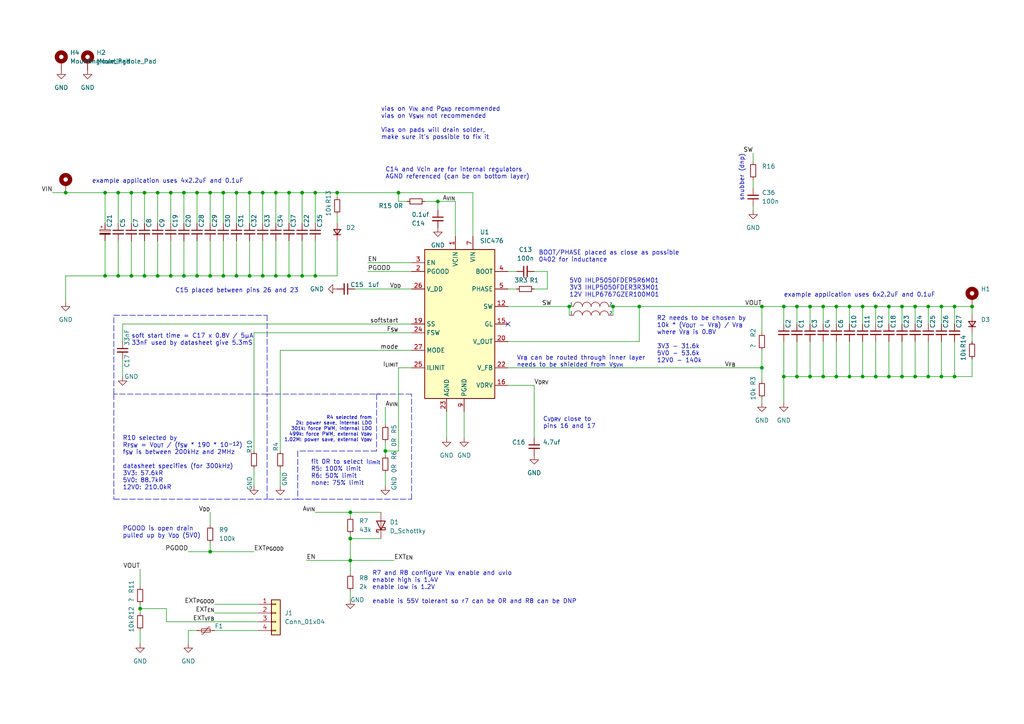
<source format=kicad_sch>
(kicad_sch (version 20211123) (generator eeschema)
  (paper "A4")
  (lib_symbols
    (symbol "Connector_Generic:Conn_01x04" (pin_names (offset 1.016) hide)
      (property "Reference" "J" (at 0 5.08 0))
      (property "Value" "Conn_01x04" (at 0 -7.62 0))
      (symbol "Conn_01x04_1_1"
        (rectangle (start -1.27 -4.953) (end 0 -5.207) (stroke (width 0.1524)))
        (rectangle (start -1.27 -2.413) (end 0 -2.667) (stroke (width 0.1524)))
        (rectangle (start -1.27 0.127) (end 0 -0.127) (stroke (width 0.1524)))
        (rectangle (start -1.27 2.667) (end 0 2.413) (stroke (width 0.1524)))
        (rectangle (start -1.27 3.81) (end 1.27 -6.35) (stroke (width 0.254)) (fill (type background)))
        (pin passive line (at -5.08 2.54 0) (length 3.81) (name "Pin_1") (number "1"))
        (pin passive line (at -5.08 0 0) (length 3.81) (name "Pin_2") (number "2"))
        (pin passive line (at -5.08 -2.54 0) (length 3.81) (name "Pin_3") (number "3"))
        (pin passive line (at -5.08 -5.08 0) (length 3.81) (name "Pin_4") (number "4"))
      )
    )
    (symbol "Device:C_Polarized_Small" (pin_numbers hide) (pin_names (offset 0.254) hide)
      (property "Reference" "C" (at 0.254 1.778 0))
      (property "Value" "C_Polarized_Small" (at 0.254 -2.032 0))
      (symbol "C_Polarized_Small_0_1"
        (rectangle (start -1.524 -0.3048) (end 1.524 -0.6858) (fill (type outline)))
        (rectangle (start -1.524 0.6858) (end 1.524 0.3048))
        (polyline (pts (xy -1.27 1.524) (xy -0.762 1.524)))
        (polyline (pts (xy -1.016 1.27) (xy -1.016 1.778)))
      )
      (symbol "C_Polarized_Small_1_1"
        (pin passive line (at 0 2.54 270) (length 1.8542) (name "~") (number "1"))
        (pin passive line (at 0 -2.54 90) (length 1.8542) (name "~") (number "2"))
      )
    )
    (symbol "Device:C_Small" (pin_numbers hide) (pin_names (offset 0.254) hide)
      (property "Reference" "C" (at 0.254 1.778 0))
      (property "Value" "C_Small" (at 0.254 -2.032 0))
      (symbol "C_Small_0_1"
        (polyline (pts (xy -1.524 -0.508) (xy 1.524 -0.508)) (stroke (width 0.3302)))
        (polyline (pts (xy -1.524 0.508) (xy 1.524 0.508)) (stroke (width 0.3048)))
      )
      (symbol "C_Small_1_1"
        (pin passive line (at 0 2.54 270) (length 2.032) (name "~") (number "1"))
        (pin passive line (at 0 -2.54 90) (length 2.032) (name "~") (number "2"))
      )
    )
    (symbol "Device:D_Schottky" (pin_numbers hide) (pin_names (offset 1.016) hide)
      (property "Reference" "D" (at 0 2.54 0))
      (property "Value" "D_Schottky" (at 0 -2.54 0))
      (symbol "D_Schottky_0_1"
        (polyline (pts (xy 1.27 0) (xy -1.27 0)))
        (polyline (pts (xy 1.27 1.27) (xy 1.27 -1.27) (xy -1.27 0) (xy 1.27 1.27)) (stroke (width 0.254)))
        (polyline (pts (xy -1.905 0.635) (xy -1.905 1.27) (xy -1.27 1.27) (xy -1.27 -1.27) (xy -0.635 -1.27) (xy -0.635 -0.635)) (stroke (width 0.254)))
      )
      (symbol "D_Schottky_1_1"
        (pin passive line (at -3.81 0 0) (length 2.54) (name "K") (number "1"))
        (pin passive line (at 3.81 0 180) (length 2.54) (name "A") (number "2"))
      )
    )
    (symbol "Device:D_Small" (pin_numbers hide) (pin_names (offset 0.254) hide)
      (property "Reference" "D" (at -1.27 2.032 0))
      (property "Value" "D_Small" (at -3.81 -2.032 0))
      (symbol "D_Small_0_1"
        (polyline (pts (xy -0.762 -1.016) (xy -0.762 1.016)) (stroke (width 0.254)))
        (polyline (pts (xy -0.762 0) (xy 0.762 0)))
        (polyline (pts (xy 0.762 -1.016) (xy -0.762 0) (xy 0.762 1.016) (xy 0.762 -1.016)) (stroke (width 0.254)))
      )
      (symbol "D_Small_1_1"
        (pin passive line (at -2.54 0 0) (length 1.778) (name "K") (number "1"))
        (pin passive line (at 2.54 0 180) (length 1.778) (name "A") (number "2"))
      )
    )
    (symbol "Device:Polyfuse_Small" (pin_numbers hide) (pin_names (offset 0))
      (property "Reference" "F" (at -1.905 0 90))
      (property "Value" "Polyfuse_Small" (at 1.905 0 90))
      (symbol "Polyfuse_Small_0_1"
        (rectangle (start -0.508 1.27) (end 0.508 -1.27))
        (polyline (pts (xy 0 2.54) (xy 0 -2.54)))
        (polyline (pts (xy -1.016 1.27) (xy -1.016 0.762) (xy 1.016 -0.762) (xy 1.016 -1.27)))
      )
      (symbol "Polyfuse_Small_1_1"
        (pin passive line (at 0 2.54 270) (length 0.635) (name "~") (number "1"))
        (pin passive line (at 0 -2.54 90) (length 0.635) (name "~") (number "2"))
      )
    )
    (symbol "Device:R_Small" (pin_numbers hide) (pin_names (offset 0.254) hide)
      (property "Reference" "R" (at 0.762 0.508 0))
      (property "Value" "R_Small" (at 0.762 -1.016 0))
      (symbol "R_Small_0_1"
        (rectangle (start -0.762 1.778) (end 0.762 -1.778) (stroke (width 0.2032)))
      )
      (symbol "R_Small_1_1"
        (pin passive line (at 0 2.54 270) (length 0.762) (name "~") (number "1"))
        (pin passive line (at 0 -2.54 90) (length 0.762) (name "~") (number "2"))
      )
    )
    (symbol "Mechanical:MountingHole_Pad" (pin_numbers hide) (pin_names (offset 1.016) hide)
      (property "Reference" "H" (at 0 6.35 0))
      (property "Value" "MountingHole_Pad" (at 0 4.445 0))
      (symbol "MountingHole_Pad_0_1"
        (circle (center 0 1.27) (radius 1.27) (stroke (width 1.27)))
      )
      (symbol "MountingHole_Pad_1_1"
        (pin input line (at 0 -2.54 90) (length 2.54) (name "1") (number "1"))
      )
    )
    (symbol "Regulator_Switching:SIC476"
      (property "Reference" "U" (at -12.7 25.4 0))
      (property "Value" "SIC476" (at -12.7 22.86 0))
      (symbol "SIC476_0_1"
        (rectangle (start -8.89 21.59) (end 11.43 -21.59) (stroke (width 0.254)) (fill (type background)))
      )
      (symbol "SIC476_1_1"
        (pin power_in line (at 0 25.4 270) (length 3.81) (name "VCIN") (number "1"))
        (pin passive line (at 2.54 -25.4 90) (length 3.81) hide (name "PGND") (number "10"))
        (pin passive line (at 2.54 -25.4 90) (length 3.81) hide (name "PGND") (number "11"))
        (pin power_out line (at 15.24 5.08 180) (length 3.81) (name "SW") (number "12"))
        (pin passive line (at 15.24 5.08 180) (length 3.81) hide (name "SW") (number "13"))
        (pin passive line (at 15.24 5.08 180) (length 3.81) hide (name "SW") (number "14"))
        (pin output line (at 15.24 0 180) (length 3.81) (name "GL") (number "15"))
        (pin power_out line (at 15.24 -17.78 180) (length 3.81) (name "VDRV") (number "16"))
        (pin passive line (at 2.54 -25.4 90) (length 3.81) hide (name "PGND") (number "17"))
        (pin no_connect line (at -7.62 2.54 0) (length 3.81) hide (name "NC") (number "18"))
        (pin input line (at -12.7 0 0) (length 3.81) (name "SS") (number "19"))
        (pin open_collector line (at -12.7 15.24 0) (length 3.81) (name "PGOOD") (number "2"))
        (pin input line (at 15.24 -5.08 180) (length 3.81) (name "V_OUT") (number "20"))
        (pin no_connect line (at 10.16 -10.16 180) (length 3.81) hide (name "NC") (number "21"))
        (pin input line (at 15.24 -12.7 180) (length 3.81) (name "V_FB") (number "22"))
        (pin power_in line (at -2.54 -25.4 90) (length 3.81) (name "AGND") (number "23"))
        (pin input line (at -12.7 -2.54 0) (length 3.81) (name "FSW") (number "24"))
        (pin input line (at -12.7 -12.7 0) (length 3.81) (name "ILINIT") (number "25"))
        (pin power_out line (at -12.7 10.16 0) (length 3.81) (name "V_DD") (number "26"))
        (pin input line (at -12.7 -7.62 0) (length 3.81) (name "MODE") (number "27"))
        (pin passive line (at -2.54 -25.4 90) (length 3.81) hide (name "AGND") (number "28"))
        (pin passive line (at 5.08 25.4 270) (length 3.81) hide (name "VIN") (number "29"))
        (pin input line (at -12.7 17.78 0) (length 3.81) (name "EN") (number "3"))
        (pin passive line (at 2.54 -25.4 90) (length 3.81) hide (name "PGND") (number "30"))
        (pin input line (at 15.24 15.24 180) (length 3.81) (name "BOOT") (number "4"))
        (pin output line (at 15.24 10.16 180) (length 3.81) (name "PHASE") (number "5"))
        (pin passive line (at 15.24 10.16 180) (length 3.81) hide (name "PHASE") (number "6"))
        (pin power_in line (at 5.08 25.4 270) (length 3.81) (name "VIN") (number "7"))
        (pin passive line (at 5.08 25.4 270) (length 3.81) hide (name "VIN") (number "8"))
        (pin power_in line (at 2.54 -25.4 90) (length 3.81) (name "PGND") (number "9"))
      )
    )
    (symbol "power:GND" (power) (pin_names (offset 0))
      (property "Value" "GND" (at 0 -3.81 0))
      (symbol "GND_0_1"
        (polyline (pts (xy 0 0) (xy 0 -1.27) (xy 1.27 -1.27) (xy 0 -2.54) (xy -1.27 -1.27) (xy 0 -1.27)))
      )
      (symbol "GND_1_1"
        (pin power_in line (at 0 0 270) (length 0) hide (name "GND") (number "1"))
      )
    )
    (symbol "pspice:INDUCTOR" (pin_numbers hide) (pin_names (offset 0))
      (property "Reference" "L" (at 0 2.54 0))
      (property "Value" "INDUCTOR" (at 0 -1.27 0))
      (symbol "INDUCTOR_0_1"
        (arc (start -2.54 0) (mid -3.81 1.27) (end -5.08 0))
        (arc (start 0 0) (mid -1.27 1.27) (end -2.54 0))
        (arc (start 2.54 0) (mid 1.27 1.27) (end 0 0))
        (arc (start 5.08 0) (mid 3.81 1.27) (end 2.54 0))
      )
      (symbol "INDUCTOR_1_1"
        (pin input line (at -6.35 0 0) (length 1.27) (name "1") (number "1"))
        (pin input line (at 6.35 0 180) (length 1.27) (name "2") (number "2"))
      )
    )
  )
  (junction (at 30.48 80.01))
  (junction (at 111.76 130.81))
  (junction (at 45.72 55.88))
  (junction (at 83.82 55.88))
  (junction (at 250.19 88.9))
  (junction (at 34.29 55.88))
  (junction (at 234.95 88.9))
  (junction (at 76.2 55.88))
  (junction (at 68.58 55.88))
  (junction (at 41.91 55.88))
  (junction (at 64.77 80.01))
  (junction (at 87.63 55.88))
  (junction (at 220.98 106.68))
  (junction (at 238.76 109.22))
  (junction (at 76.2 80.01))
  (junction (at 60.96 160.02))
  (junction (at 127 58.42))
  (junction (at 53.34 55.88))
  (junction (at 257.81 109.22))
  (junction (at 231.14 88.9))
  (junction (at 177.8 88.9))
  (junction (at 276.86 88.9))
  (junction (at 261.62 88.9))
  (junction (at 269.24 109.22))
  (junction (at 34.29 80.01))
  (junction (at 101.6 156.21))
  (junction (at 72.39 80.01))
  (junction (at 246.38 88.9))
  (junction (at 91.44 55.88))
  (junction (at 53.34 80.01))
  (junction (at 227.33 109.22))
  (junction (at 87.63 80.01))
  (junction (at 257.81 88.9))
  (junction (at 41.91 80.01))
  (junction (at 40.64 176.53))
  (junction (at 45.72 80.01))
  (junction (at 273.05 88.9))
  (junction (at 220.98 88.9))
  (junction (at 30.48 55.88))
  (junction (at 265.43 88.9))
  (junction (at 231.14 109.22))
  (junction (at 91.44 80.01))
  (junction (at 80.01 80.01))
  (junction (at 101.6 162.56))
  (junction (at 57.15 80.01))
  (junction (at 242.57 109.22))
  (junction (at 38.1 80.01))
  (junction (at 227.33 88.9))
  (junction (at 19.05 55.88))
  (junction (at 60.96 80.01))
  (junction (at 269.24 88.9))
  (junction (at 115.57 55.88))
  (junction (at 68.58 80.01))
  (junction (at 83.82 80.01))
  (junction (at 238.76 88.9))
  (junction (at 64.77 55.88))
  (junction (at 250.19 109.22))
  (junction (at 49.53 80.01))
  (junction (at 49.53 55.88))
  (junction (at 38.1 55.88))
  (junction (at 80.01 55.88))
  (junction (at 254 88.9))
  (junction (at 234.95 109.22))
  (junction (at 276.86 109.22))
  (junction (at 246.38 109.22))
  (junction (at 281.94 88.9))
  (junction (at 60.96 55.88))
  (junction (at 261.62 109.22))
  (junction (at 242.57 88.9))
  (junction (at 72.39 55.88))
  (junction (at 165.1 88.9))
  (junction (at 185.42 88.9))
  (junction (at 273.05 109.22))
  (junction (at 97.79 55.88))
  (junction (at 254 109.22))
  (junction (at 101.6 148.59))
  (junction (at 57.15 55.88))
  (junction (at 265.43 109.22))
  (no_connect (at 147.32 93.98))
  (wire (pts (xy 81.28 101.6) (xy 81.28 130.81)))
  (wire (pts (xy 101.6 162.56) (xy 114.3 162.56)))
  (wire (pts (xy 87.63 64.77) (xy 87.63 55.88)))
  (wire (pts (xy 165.1 88.9) (xy 165.1 91.44)))
  (wire (pts (xy 250.19 99.06) (xy 250.19 109.22)))
  (wire (pts (xy 72.39 64.77) (xy 72.39 55.88)))
  (wire (pts (xy 97.79 62.23) (xy 97.79 64.77)))
  (wire (pts (xy 60.96 157.48) (xy 60.96 160.02)))
  (wire (pts (xy 185.42 88.9) (xy 177.8 88.9)))
  (wire (pts (xy 41.91 69.85) (xy 41.91 80.01)))
  (polyline (pts (xy 77.47 91.44) (xy 77.47 114.3)))
  (wire (pts (xy 88.9 162.56) (xy 101.6 162.56)))
  (wire (pts (xy 40.64 175.26) (xy 40.64 176.53)))
  (wire (pts (xy 137.16 68.58) (xy 137.16 55.88)))
  (wire (pts (xy 30.48 69.85) (xy 30.48 80.01)))
  (wire (pts (xy 40.64 165.1) (xy 40.64 170.18)))
  (wire (pts (xy 72.39 69.85) (xy 72.39 80.01)))
  (wire (pts (xy 234.95 88.9) (xy 238.76 88.9)))
  (wire (pts (xy 106.68 78.74) (xy 119.38 78.74)))
  (wire (pts (xy 57.15 69.85) (xy 57.15 80.01)))
  (wire (pts (xy 218.44 52.07) (xy 218.44 54.61)))
  (wire (pts (xy 158.75 83.82) (xy 158.75 78.74)))
  (wire (pts (xy 269.24 99.06) (xy 269.24 109.22)))
  (wire (pts (xy 40.64 176.53) (xy 40.64 177.8)))
  (wire (pts (xy 81.28 101.6) (xy 119.38 101.6)))
  (wire (pts (xy 102.87 83.82) (xy 119.38 83.82)))
  (wire (pts (xy 101.6 171.45) (xy 101.6 173.99)))
  (wire (pts (xy 134.62 119.38) (xy 134.62 127)))
  (polyline (pts (xy 119.38 144.78) (xy 119.38 114.3)))
  (wire (pts (xy 97.79 69.85) (xy 97.79 80.01)))
  (wire (pts (xy 246.38 109.22) (xy 250.19 109.22)))
  (wire (pts (xy 111.76 128.27) (xy 111.76 130.81)))
  (wire (pts (xy 48.26 180.34) (xy 48.26 176.53)))
  (wire (pts (xy 257.81 88.9) (xy 257.81 93.98)))
  (wire (pts (xy 15.24 55.88) (xy 19.05 55.88)))
  (wire (pts (xy 74.93 177.8) (xy 62.23 177.8)))
  (wire (pts (xy 227.33 116.84) (xy 227.33 109.22)))
  (wire (pts (xy 80.01 69.85) (xy 80.01 80.01)))
  (wire (pts (xy 234.95 99.06) (xy 234.95 109.22)))
  (wire (pts (xy 238.76 109.22) (xy 242.57 109.22)))
  (wire (pts (xy 154.94 111.76) (xy 154.94 127)))
  (wire (pts (xy 30.48 55.88) (xy 34.29 55.88)))
  (wire (pts (xy 83.82 69.85) (xy 83.82 80.01)))
  (wire (pts (xy 110.49 148.59) (xy 101.6 148.59)))
  (wire (pts (xy 91.44 80.01) (xy 97.79 80.01)))
  (polyline (pts (xy 109.22 114.3) (xy 109.22 130.81)))
  (wire (pts (xy 250.19 93.98) (xy 250.19 88.9)))
  (wire (pts (xy 106.68 76.2) (xy 119.38 76.2)))
  (wire (pts (xy 34.29 55.88) (xy 34.29 64.77)))
  (wire (pts (xy 115.57 106.68) (xy 115.57 130.81)))
  (wire (pts (xy 276.86 88.9) (xy 281.94 88.9)))
  (polyline (pts (xy 33.02 144.78) (xy 77.47 144.78)))
  (wire (pts (xy 53.34 55.88) (xy 57.15 55.88)))
  (wire (pts (xy 111.76 137.16) (xy 111.76 140.97)))
  (wire (pts (xy 30.48 55.88) (xy 30.48 64.77)))
  (wire (pts (xy 129.54 119.38) (xy 129.54 127)))
  (wire (pts (xy 127 60.96) (xy 127 58.42)))
  (wire (pts (xy 64.77 55.88) (xy 68.58 55.88)))
  (wire (pts (xy 60.96 160.02) (xy 73.66 160.02)))
  (wire (pts (xy 45.72 80.01) (xy 49.53 80.01)))
  (wire (pts (xy 60.96 69.85) (xy 60.96 80.01)))
  (wire (pts (xy 49.53 55.88) (xy 53.34 55.88)))
  (wire (pts (xy 269.24 88.9) (xy 265.43 88.9)))
  (wire (pts (xy 265.43 93.98) (xy 265.43 88.9)))
  (wire (pts (xy 101.6 162.56) (xy 101.6 166.37)))
  (wire (pts (xy 60.96 80.01) (xy 64.77 80.01)))
  (wire (pts (xy 250.19 88.9) (xy 254 88.9)))
  (wire (pts (xy 111.76 118.11) (xy 111.76 123.19)))
  (wire (pts (xy 261.62 109.22) (xy 257.81 109.22)))
  (wire (pts (xy 40.64 182.88) (xy 40.64 186.69)))
  (wire (pts (xy 254 88.9) (xy 257.81 88.9)))
  (wire (pts (xy 45.72 69.85) (xy 45.72 80.01)))
  (wire (pts (xy 68.58 80.01) (xy 72.39 80.01)))
  (wire (pts (xy 64.77 64.77) (xy 64.77 55.88)))
  (wire (pts (xy 101.6 154.94) (xy 101.6 156.21)))
  (wire (pts (xy 19.05 55.88) (xy 30.48 55.88)))
  (wire (pts (xy 38.1 80.01) (xy 41.91 80.01)))
  (wire (pts (xy 265.43 109.22) (xy 261.62 109.22)))
  (wire (pts (xy 76.2 64.77) (xy 76.2 55.88)))
  (wire (pts (xy 73.66 135.89) (xy 73.66 140.97)))
  (wire (pts (xy 62.23 182.88) (xy 74.93 182.88)))
  (wire (pts (xy 74.93 180.34) (xy 48.26 180.34)))
  (wire (pts (xy 265.43 88.9) (xy 261.62 88.9)))
  (wire (pts (xy 257.81 109.22) (xy 254 109.22)))
  (polyline (pts (xy 33.02 91.44) (xy 77.47 91.44)))
  (wire (pts (xy 242.57 109.22) (xy 246.38 109.22)))
  (wire (pts (xy 119.38 96.52) (xy 73.66 96.52)))
  (wire (pts (xy 220.98 101.6) (xy 220.98 106.68)))
  (polyline (pts (xy 77.47 114.3) (xy 33.02 114.3)))
  (wire (pts (xy 76.2 69.85) (xy 76.2 80.01)))
  (wire (pts (xy 49.53 69.85) (xy 49.53 80.01)))
  (wire (pts (xy 34.29 69.85) (xy 34.29 80.01)))
  (wire (pts (xy 91.44 64.77) (xy 91.44 55.88)))
  (wire (pts (xy 231.14 109.22) (xy 234.95 109.22)))
  (wire (pts (xy 101.6 148.59) (xy 101.6 149.86)))
  (wire (pts (xy 254 88.9) (xy 254 93.98)))
  (wire (pts (xy 80.01 64.77) (xy 80.01 55.88)))
  (wire (pts (xy 53.34 69.85) (xy 53.34 80.01)))
  (wire (pts (xy 227.33 88.9) (xy 227.33 93.98)))
  (wire (pts (xy 34.29 55.88) (xy 38.1 55.88)))
  (wire (pts (xy 60.96 64.77) (xy 60.96 55.88)))
  (wire (pts (xy 147.32 83.82) (xy 149.86 83.82)))
  (wire (pts (xy 72.39 55.88) (xy 76.2 55.88)))
  (wire (pts (xy 154.94 111.76) (xy 147.32 111.76)))
  (wire (pts (xy 242.57 88.9) (xy 246.38 88.9)))
  (wire (pts (xy 132.08 58.42) (xy 132.08 68.58)))
  (wire (pts (xy 72.39 80.01) (xy 76.2 80.01)))
  (wire (pts (xy 276.86 88.9) (xy 273.05 88.9)))
  (wire (pts (xy 147.32 78.74) (xy 149.86 78.74)))
  (wire (pts (xy 234.95 109.22) (xy 238.76 109.22)))
  (wire (pts (xy 231.14 93.98) (xy 231.14 88.9)))
  (wire (pts (xy 80.01 55.88) (xy 83.82 55.88)))
  (wire (pts (xy 80.01 80.01) (xy 83.82 80.01)))
  (wire (pts (xy 91.44 80.01) (xy 87.63 80.01)))
  (wire (pts (xy 227.33 109.22) (xy 231.14 109.22)))
  (wire (pts (xy 147.32 99.06) (xy 185.42 99.06)))
  (wire (pts (xy 35.56 93.98) (xy 119.38 93.98)))
  (wire (pts (xy 83.82 55.88) (xy 87.63 55.88)))
  (wire (pts (xy 276.86 109.22) (xy 281.94 109.22)))
  (wire (pts (xy 273.05 99.06) (xy 273.05 109.22)))
  (wire (pts (xy 45.72 55.88) (xy 49.53 55.88)))
  (wire (pts (xy 273.05 109.22) (xy 269.24 109.22)))
  (wire (pts (xy 218.44 44.45) (xy 218.44 46.99)))
  (wire (pts (xy 119.38 106.68) (xy 115.57 106.68)))
  (wire (pts (xy 276.86 99.06) (xy 276.86 109.22)))
  (wire (pts (xy 185.42 99.06) (xy 185.42 88.9)))
  (wire (pts (xy 91.44 148.59) (xy 101.6 148.59)))
  (wire (pts (xy 35.56 93.98) (xy 35.56 99.06)))
  (wire (pts (xy 45.72 64.77) (xy 45.72 55.88)))
  (wire (pts (xy 41.91 55.88) (xy 45.72 55.88)))
  (wire (pts (xy 57.15 55.88) (xy 57.15 64.77)))
  (wire (pts (xy 115.57 130.81) (xy 111.76 130.81)))
  (wire (pts (xy 38.1 69.85) (xy 38.1 80.01)))
  (wire (pts (xy 227.33 88.9) (xy 231.14 88.9)))
  (wire (pts (xy 242.57 99.06) (xy 242.57 109.22)))
  (wire (pts (xy 64.77 69.85) (xy 64.77 80.01)))
  (wire (pts (xy 231.14 99.06) (xy 231.14 109.22)))
  (wire (pts (xy 281.94 88.9) (xy 281.94 91.44)))
  (wire (pts (xy 261.62 99.06) (xy 261.62 109.22)))
  (wire (pts (xy 238.76 88.9) (xy 242.57 88.9)))
  (polyline (pts (xy 86.36 144.78) (xy 77.47 144.78)))
  (wire (pts (xy 246.38 93.98) (xy 246.38 88.9)))
  (wire (pts (xy 269.24 109.22) (xy 265.43 109.22)))
  (polyline (pts (xy 119.38 114.3) (xy 109.22 114.3)))
  (wire (pts (xy 53.34 80.01) (xy 57.15 80.01)))
  (wire (pts (xy 83.82 64.77) (xy 83.82 55.88)))
  (wire (pts (xy 34.29 80.01) (xy 38.1 80.01)))
  (wire (pts (xy 273.05 88.9) (xy 269.24 88.9)))
  (wire (pts (xy 281.94 109.22) (xy 281.94 104.14)))
  (wire (pts (xy 111.76 130.81) (xy 111.76 132.08)))
  (wire (pts (xy 220.98 88.9) (xy 220.98 96.52)))
  (wire (pts (xy 81.28 135.89) (xy 81.28 140.97)))
  (wire (pts (xy 87.63 80.01) (xy 83.82 80.01)))
  (wire (pts (xy 101.6 156.21) (xy 110.49 156.21)))
  (wire (pts (xy 60.96 148.59) (xy 60.96 152.4)))
  (polyline (pts (xy 77.47 114.3) (xy 110.49 114.3)))
  (wire (pts (xy 273.05 93.98) (xy 273.05 88.9)))
  (wire (pts (xy 238.76 93.98) (xy 238.76 88.9)))
  (wire (pts (xy 231.14 88.9) (xy 234.95 88.9)))
  (wire (pts (xy 41.91 80.01) (xy 45.72 80.01)))
  (wire (pts (xy 76.2 80.01) (xy 80.01 80.01)))
  (wire (pts (xy 276.86 109.22) (xy 273.05 109.22)))
  (wire (pts (xy 158.75 78.74) (xy 154.94 78.74)))
  (wire (pts (xy 68.58 55.88) (xy 72.39 55.88)))
  (wire (pts (xy 19.05 80.01) (xy 30.48 80.01)))
  (wire (pts (xy 246.38 88.9) (xy 250.19 88.9)))
  (wire (pts (xy 115.57 55.88) (xy 137.16 55.88)))
  (polyline (pts (xy 86.36 130.81) (xy 86.36 144.78)))
  (wire (pts (xy 57.15 55.88) (xy 60.96 55.88)))
  (wire (pts (xy 57.15 80.01) (xy 60.96 80.01)))
  (wire (pts (xy 127 58.42) (xy 132.08 58.42)))
  (wire (pts (xy 41.91 55.88) (xy 41.91 64.77)))
  (wire (pts (xy 38.1 55.88) (xy 38.1 64.77)))
  (wire (pts (xy 115.57 58.42) (xy 115.57 55.88)))
  (wire (pts (xy 269.24 93.98) (xy 269.24 88.9)))
  (wire (pts (xy 147.32 106.68) (xy 220.98 106.68)))
  (wire (pts (xy 276.86 88.9) (xy 276.86 93.98)))
  (wire (pts (xy 261.62 88.9) (xy 257.81 88.9)))
  (wire (pts (xy 123.19 58.42) (xy 127 58.42)))
  (wire (pts (xy 54.61 160.02) (xy 60.96 160.02)))
  (wire (pts (xy 76.2 55.88) (xy 80.01 55.88)))
  (wire (pts (xy 218.44 59.69) (xy 218.44 60.96)))
  (wire (pts (xy 38.1 55.88) (xy 41.91 55.88)))
  (wire (pts (xy 177.8 88.9) (xy 177.8 91.44)))
  (wire (pts (xy 118.11 58.42) (xy 115.57 58.42)))
  (polyline (pts (xy 33.02 114.3) (xy 33.02 144.78)))
  (wire (pts (xy 19.05 80.01) (xy 19.05 87.63)))
  (wire (pts (xy 234.95 93.98) (xy 234.95 88.9)))
  (wire (pts (xy 281.94 96.52) (xy 281.94 99.06)))
  (wire (pts (xy 87.63 69.85) (xy 87.63 80.01)))
  (wire (pts (xy 74.93 175.26) (xy 62.23 175.26)))
  (wire (pts (xy 101.6 156.21) (xy 101.6 162.56)))
  (wire (pts (xy 261.62 93.98) (xy 261.62 88.9)))
  (wire (pts (xy 87.63 55.88) (xy 91.44 55.88)))
  (wire (pts (xy 238.76 99.06) (xy 238.76 109.22)))
  (wire (pts (xy 54.61 182.88) (xy 54.61 186.69)))
  (wire (pts (xy 91.44 69.85) (xy 91.44 80.01)))
  (wire (pts (xy 257.81 99.06) (xy 257.81 109.22)))
  (wire (pts (xy 49.53 80.01) (xy 53.34 80.01)))
  (wire (pts (xy 35.56 104.14) (xy 35.56 109.22)))
  (wire (pts (xy 60.96 55.88) (xy 64.77 55.88)))
  (wire (pts (xy 265.43 99.06) (xy 265.43 109.22)))
  (wire (pts (xy 227.33 99.06) (xy 227.33 109.22)))
  (polyline (pts (xy 77.47 144.78) (xy 77.47 114.3)))
  (wire (pts (xy 254 99.06) (xy 254 109.22)))
  (wire (pts (xy 246.38 99.06) (xy 246.38 109.22)))
  (wire (pts (xy 53.34 64.77) (xy 53.34 55.88)))
  (wire (pts (xy 154.94 83.82) (xy 158.75 83.82)))
  (polyline (pts (xy 33.02 114.3) (xy 33.02 91.44)))
  (wire (pts (xy 57.15 182.88) (xy 54.61 182.88)))
  (wire (pts (xy 220.98 88.9) (xy 227.33 88.9)))
  (wire (pts (xy 97.79 55.88) (xy 97.79 57.15)))
  (wire (pts (xy 97.79 55.88) (xy 115.57 55.88)))
  (wire (pts (xy 242.57 93.98) (xy 242.57 88.9)))
  (wire (pts (xy 68.58 69.85) (xy 68.58 80.01)))
  (wire (pts (xy 49.53 55.88) (xy 49.53 64.77)))
  (wire (pts (xy 64.77 80.01) (xy 68.58 80.01)))
  (wire (pts (xy 48.26 176.53) (xy 40.64 176.53)))
  (wire (pts (xy 220.98 115.57) (xy 220.98 116.84)))
  (wire (pts (xy 185.42 88.9) (xy 220.98 88.9)))
  (wire (pts (xy 68.58 64.77) (xy 68.58 55.88)))
  (wire (pts (xy 73.66 96.52) (xy 73.66 130.81)))
  (wire (pts (xy 91.44 55.88) (xy 97.79 55.88)))
  (polyline (pts (xy 86.36 144.78) (xy 119.38 144.78)))
  (wire (pts (xy 30.48 80.01) (xy 34.29 80.01)))
  (polyline (pts (xy 109.22 130.81) (xy 86.36 130.81)))
  (wire (pts (xy 220.98 106.68) (xy 220.98 110.49)))
  (wire (pts (xy 147.32 88.9) (xy 165.1 88.9)))
  (wire (pts (xy 254 109.22) (xy 250.19 109.22)))
  (text "R4 selected from\n2k: power save, internal LDO\n301k: force PWM, internal LDO\n499k: force PWM, external V_{DRV}\n1.02M: power save, external V_{DRV}" (at 107.95 128.27 0) (effects (font (size 1 1)) (justify right bottom)))
  (text "C_{VDRV} close to \npins 16 and 17" (at 157.48 124.46 0) (effects (font (size 1.27 1.27)) (justify left bottom)))
  (text "C14 and Vcin are for internal regulators\nAGND referenced (can be on bottom layer)" (at 111.76 52.07 0) (effects (font (size 1.27 1.27)) (justify left bottom)))
  (text "vias on V_{IN} and P_{GND} recommended\nvias on V_{SWH} not recommended\n\nVias on pads will drain solder, \nmake sure it's possible to fix it" (at 110.49 40.64 0) (effects (font (size 1.27 1.27)) (justify left bottom)))
  (text "example application uses 6x2.2uF and 0.1uF" (at 227.33 86.36 0) (effects (font (size 1.27 1.27)) (justify left bottom)))
  (text "5V0 IHLP5050FDER5R6M01\n3V3 IHLP5050FDER3R3M01\n12V IHLP6767GZER100M01" (at 165.1 86.36 0) (effects (font (size 1.27 1.27)) (justify left bottom)))
  (text "PGOOD is open drain\npulled up by V_{DD} (5V0)" (at 35.56 156.21 0) (effects (font (size 1.27 1.27)) (justify left bottom)))
  (text "soft start time = C17 x 0.8V / 5μA\n33nF used by datasheet give 5.3mS" (at 38.1 100.33 0) (effects (font (size 1.27 1.27)) (justify left bottom)))
  (text "R7 and R8 configure V_{IN} enable and uvlo\nenable high is 1.4V\nenable low is 1.2V\n\nenable is 55V tolerant so r7 can be 0R and R8 can be DNP" (at 107.95 175.26 0) (effects (font (size 1.27 1.27)) (justify left bottom)))
  (text "C15 placed between pins 26 and 23" (at 50.8 85.09 0) (effects (font (size 1.27 1.27)) (justify left bottom)))
  (text "fit 0R to select I_{limit}\nR5: 100% limit\nR6: 50% limit\nnone: 75% limit" (at 90.17 140.97 0) (effects (font (size 1.27 1.27)) (justify left bottom)))
  (text "R2 needs to be chosen by\n10k * (V_{OUT} - V_{FB}) / V_{FB} \nwhere V_{FB} is 0.8V\n\n3V3 - 31.6k\n5V0 - 53.6k\n12V0 - 140k" (at 190.5 105.41 0) (effects (font (size 1.27 1.27)) (justify left bottom)))
  (text "V_{FB} can be routed through inner layer\nneeds to be shielded from V_{SVH}" (at 149.86 106.68 0) (effects (font (size 1.27 1.27)) (justify left bottom)))
  (text "snubber (dnp)" (at 215.9 58.42 90) (effects (font (size 1.27 1.27)) (justify left bottom)))
  (text "example application uses 4x2.2uF and 0.1uF" (at 26.67 53.34 0) (effects (font (size 1.27 1.27)) (justify left bottom)))
  (text "BOOT/PHASE placed as close as possible\n0402 for inductance" (at 156.21 76.2 0) (effects (font (size 1.27 1.27)) (justify left bottom)))
  (text "R10 selected by\nR_{FSW} = V_{OUT} / (f_{SW} * 190 * 10^{-12})\nf_{SW} is between 200kHz and 2MHz\n\ndatasheet specifies (for 300kHz)\n3V3: 57.6kR\n5V0: 88.7kR\n12V0: 210.0kR" (at 35.56 142.24 0) (effects (font (size 1.27 1.27)) (justify left bottom)))
  (label "SW" (at 218.44 44.45 180))
  (label "F_{SW}" (at 115.57 96.52 180))
  (label "EXT_{VFB}" (at 62.23 180.34 180))
  (label "EXT_{EN}" (at 114.3 162.56 0))
  (label "SW" (at 160.02 88.9 180))
  (label "A_{VIN}" (at 111.76 118.11 0))
  (label "VOUT" (at 40.64 165.1 180))
  (label "EN" (at 106.68 76.2 0))
  (label "A_{VIN}" (at 91.44 148.59 180))
  (label "PGOOD" (at 106.68 78.74 0))
  (label "PGOOD" (at 54.61 160.02 180))
  (label "V_{FB}" (at 213.36 106.68 180))
  (label "V_{DD}" (at 113.03 83.82 0))
  (label "V_{DD}" (at 60.96 148.59 180))
  (label "softstart" (at 115.57 93.98 180))
  (label "EN" (at 88.9 162.56 0))
  (label "I_{LIMIT}" (at 115.57 106.68 180))
  (label "EXT_{PGOOD}" (at 62.23 175.26 180))
  (label "EXT_{PGOOD}" (at 73.66 160.02 0))
  (label "mode" (at 115.57 101.6 180))
  (label "A_{VIN}" (at 132.08 58.42 180))
  (label "V_{DRV}" (at 154.94 111.76 0))
  (label "VOUT" (at 220.98 88.9 180))
  (label "VIN" (at 15.24 55.88 180))
  (label "EXT_{EN}" (at 62.23 177.8 180))
  (symbol (lib_id "Mechanical:MountingHole_Pad") (at 17.78 17.78 0) (unit 1)
    (property "Reference" "H4" (at 20.32 15.2399 0) (effects (justify left)))
    (property "Value" "MountingHole_Pad" (at 20.32 17.7799 0) (effects (justify left)))
    (property "Footprint" "MountingHole:MountingHole_2.2mm_M2_Pad_Via" (effects hide))
  )
  (symbol (lib_id "power:GND") (at 73.66 140.97 0) (unit 1)
    (property "Reference" "#PWR0115" (effects hide))
    (property "Value" "GND" (at 72.39 142.24 90) (effects (justify left)))
  )
  (symbol (lib_id "Device:R_Small") (at 120.65 58.42 90) (unit 1)
    (property "Reference" "R15" (at 111.76 59.69 90))
    (property "Value" "0R" (at 115.57 59.69 90))
    (property "Footprint" "Resistor_SMD:R_0603_1608Metric" (effects hide))
  )
  (symbol (lib_id "Mechanical:MountingHole_Pad") (at 25.4 17.78 0) (unit 1)
    (property "Reference" "H2" (at 27.94 15.2399 0) (effects (justify left)))
    (property "Value" "MountingHole_Pad" (at 27.94 17.7799 0) (effects (justify left)))
    (property "Footprint" "MountingHole:MountingHole_2.2mm_M2_Pad_Via" (effects hide))
  )
  (symbol (lib_id "Device:C_Small") (at 231.14 96.52 0) (unit 1)
    (property "Reference" "C1" (at 232.41 95.25 90) (effects (justify left)))
    (property "Value" "C_Small" (effects hide))
    (property "Footprint" "Capacitor_SMD:C_1206_3216Metric" (effects hide))
  )
  (symbol (lib_id "Device:R_Small") (at 101.6 152.4 0) (unit 1)
    (property "Reference" "R7" (at 104.14 151.1299 0) (effects (justify left)))
    (property "Value" "43k" (at 104.14 153.6699 0) (effects (justify left)))
    (property "Footprint" "Resistor_SMD:R_0603_1608Metric" (effects hide))
  )
  (symbol (lib_id "power:GND") (at 154.94 132.08 0) (mirror y) (unit 1)
    (property "Reference" "#PWR0107" (effects hide))
    (property "Value" "GND" (at 154.94 137.16 0))
  )
  (symbol (lib_id "Device:C_Small") (at 265.43 96.52 0) (unit 1)
    (property "Reference" "C24" (at 266.7 95.25 90) (effects (justify left)))
    (property "Value" "C_Small" (effects hide))
    (property "Footprint" "Capacitor_SMD:C_1210_3225Metric" (effects hide))
  )
  (symbol (lib_id "Device:R_Small") (at 73.66 133.35 180) (unit 1)
    (property "Reference" "R10" (at 72.39 129.54 90))
    (property "Value" "?" (effects hide))
    (property "Footprint" "Resistor_SMD:R_0603_1608Metric" (effects hide))
  )
  (symbol (lib_id "power:GND") (at 35.56 109.22 0) (unit 1)
    (property "Reference" "#PWR0109" (effects hide))
    (property "Value" "GND" (at 38.1 109.22 0))
  )
  (symbol (lib_id "Regulator_Switching:SIC476") (at 132.08 93.98 0) (unit 1)
    (property "Reference" "U1" (at 139.1794 67.31 0) (effects (justify left)))
    (property "Value" "SIC476" (at 139.1794 69.85 0) (effects (justify left)))
    (property "Footprint" "local:Vishay_PowerPAK_MLP55-27L" (effects hide))
    (property "Datasheet" "https://www.vishay.com/docs/77113/sic47x.pdf" (effects hide))
  )
  (symbol (lib_id "Device:R_Small") (at 218.44 49.53 0) (unit 1)
    (property "Reference" "R16" (at 220.98 48.2599 0) (effects (justify left)))
    (property "Value" "R_Small" (effects hide))
    (property "Footprint" "Resistor_SMD:R_0603_1608Metric" (effects hide))
  )
  (symbol (lib_id "power:GND") (at 97.79 83.82 270) (unit 1)
    (property "Reference" "#PWR0106" (effects hide))
    (property "Value" "GND" (at 93.98 83.8199 90) (effects (justify right)))
  )
  (symbol (lib_id "Device:C_Small") (at 100.33 83.82 270) (unit 1)
    (property "Reference" "C15" (at 101.6 82.55 90) (effects (justify left)))
    (property "Value" "1uf" (at 106.68 82.55 90) (effects (justify left)))
    (property "Footprint" "Capacitor_SMD:C_0805_2012Metric" (effects hide))
  )
  (symbol (lib_id "Device:C_Small") (at 64.77 67.31 0) (unit 1)
    (property "Reference" "C30" (at 66.04 66.04 90) (effects (justify left)))
    (property "Value" "C_Small" (effects hide))
    (property "Footprint" "Capacitor_SMD:C_1210_3225Metric" (effects hide))
  )
  (symbol (lib_id "Device:R_Small") (at 60.96 154.94 0) (unit 1)
    (property "Reference" "R9" (at 63.5 153.6699 0) (effects (justify left)))
    (property "Value" "100k" (at 63.5 156.2099 0) (effects (justify left)))
    (property "Footprint" "Resistor_SMD:R_0603_1608Metric" (effects hide))
  )
  (symbol (lib_id "power:GND") (at 17.78 20.32 0) (unit 1)
    (property "Reference" "#PWR0113" (effects hide))
    (property "Value" "GND" (at 17.78 25.4 0))
  )
  (symbol (lib_id "Device:C_Small") (at 276.86 96.52 0) (unit 1)
    (property "Reference" "C27" (at 278.13 95.25 90) (effects (justify left)))
    (property "Value" "C_Small" (effects hide))
    (property "Footprint" "Capacitor_SMD:C_1210_3225Metric" (effects hide))
  )
  (symbol (lib_id "Device:C_Small") (at 34.29 67.31 0) (unit 1)
    (property "Reference" "C5" (at 35.56 66.04 90) (effects (justify left)))
    (property "Value" "C_Small" (effects hide))
    (property "Footprint" "Capacitor_SMD:C_1206_3216Metric" (effects hide))
  )
  (symbol (lib_id "power:GND") (at 227.33 116.84 0) (unit 1)
    (property "Reference" "#PWR0102" (effects hide))
    (property "Value" "GND" (at 227.33 121.92 0))
  )
  (symbol (lib_id "Device:C_Small") (at 91.44 67.31 0) (unit 1)
    (property "Reference" "C35" (at 92.71 66.04 90) (effects (justify left)))
    (property "Value" "C_Small" (effects hide))
    (property "Footprint" "Capacitor_SMD:C_0603_1608Metric" (effects hide))
  )
  (symbol (lib_id "Device:R_Small") (at 101.6 168.91 0) (unit 1)
    (property "Reference" "R8" (at 104.14 167.6399 0) (effects (justify left)))
    (property "Value" "2k" (at 104.14 170.1799 0) (effects (justify left)))
    (property "Footprint" "Resistor_SMD:R_0603_1608Metric" (effects hide))
  )
  (symbol (lib_id "Connector_Generic:Conn_01x04") (at 80.01 177.8 0) (unit 1)
    (property "Reference" "J1" (at 82.55 177.7999 0) (effects (justify left)))
    (property "Value" "Conn_01x04" (at 82.55 180.3399 0) (effects (justify left)))
    (property "Footprint" "Connector_JST:JST_GH_SM04B-GHS-TB_1x04-1MP_P1.25mm_Horizontal" (effects hide))
  )
  (symbol (lib_id "power:GND") (at 19.05 87.63 0) (unit 1)
    (property "Reference" "#PWR0101" (effects hide))
    (property "Value" "GND" (at 19.05 92.71 0))
  )
  (symbol (lib_id "Device:C_Small") (at 250.19 96.52 0) (unit 1)
    (property "Reference" "C11" (at 251.46 95.25 90) (effects (justify left)))
    (property "Value" "C_Small" (effects hide))
    (property "Footprint" "Capacitor_SMD:C_1206_3216Metric" (effects hide))
  )
  (symbol (lib_id "power:GND") (at 220.98 116.84 0) (unit 1)
    (property "Reference" "#PWR0108" (effects hide))
    (property "Value" "GND" (at 220.98 121.92 0))
  )
  (symbol (lib_id "Device:Polyfuse_Small") (at 59.69 182.88 90) (unit 1)
    (property "Reference" "F1" (at 63.5 181.61 90))
    (property "Value" "Polyfuse_Small" (effects hide))
    (property "Footprint" "Fuse:Fuse_0603_1608Metric" (effects hide))
  )
  (symbol (lib_id "Device:C_Small") (at 35.56 101.6 0) (unit 1)
    (property "Reference" "C17" (at 36.83 106.68 90) (effects (justify left)))
    (property "Value" "33nF" (at 36.83 100.33 90) (effects (justify left)))
    (property "Footprint" "Capacitor_SMD:C_0603_1608Metric" (effects hide))
  )
  (symbol (lib_id "Device:C_Small") (at 269.24 96.52 0) (unit 1)
    (property "Reference" "C25" (at 270.51 95.25 90) (effects (justify left)))
    (property "Value" "C_Small" (effects hide))
    (property "Footprint" "Capacitor_SMD:C_1210_3225Metric" (effects hide))
  )
  (symbol (lib_id "Device:C_Small") (at 246.38 96.52 0) (unit 1)
    (property "Reference" "C10" (at 247.65 95.25 90) (effects (justify left)))
    (property "Value" "C_Small" (effects hide))
    (property "Footprint" "Capacitor_SMD:C_1206_3216Metric" (effects hide))
  )
  (symbol (lib_id "power:GND") (at 40.64 186.69 0) (unit 1)
    (property "Reference" "#PWR0116" (effects hide))
    (property "Value" "GND" (at 40.64 191.77 0))
  )
  (symbol (lib_id "Device:C_Small") (at 254 96.52 0) (unit 1)
    (property "Reference" "C12" (at 255.27 95.25 90) (effects (justify left)))
    (property "Value" "C_Small" (effects hide))
    (property "Footprint" "Capacitor_SMD:C_1206_3216Metric" (effects hide))
  )
  (symbol (lib_id "Device:C_Small") (at 238.76 96.52 0) (unit 1)
    (property "Reference" "C4" (at 240.03 95.25 90) (effects (justify left)))
    (property "Value" "C_Small" (effects hide))
    (property "Footprint" "Capacitor_SMD:C_1206_3216Metric" (effects hide))
  )
  (symbol (lib_id "Device:C_Small") (at 53.34 67.31 0) (unit 1)
    (property "Reference" "C20" (at 54.61 66.04 90) (effects (justify left)))
    (property "Value" "C_Small" (effects hide))
    (property "Footprint" "Capacitor_SMD:C_1206_3216Metric" (effects hide))
  )
  (symbol (lib_id "Device:C_Small") (at 83.82 67.31 0) (unit 1)
    (property "Reference" "C37" (at 85.09 66.04 90) (effects (justify left)))
    (property "Value" "C_Small" (effects hide))
    (property "Footprint" "Capacitor_SMD:C_0603_1608Metric" (effects hide))
  )
  (symbol (lib_id "Device:C_Small") (at 234.95 96.52 0) (unit 1)
    (property "Reference" "C3" (at 236.22 95.25 90) (effects (justify left)))
    (property "Value" "C_Small" (effects hide))
    (property "Footprint" "Capacitor_SMD:C_1206_3216Metric" (effects hide))
  )
  (symbol (lib_id "Device:C_Small") (at 80.01 67.31 0) (unit 1)
    (property "Reference" "C34" (at 81.28 66.04 90) (effects (justify left)))
    (property "Value" "C_Small" (effects hide))
    (property "Footprint" "Capacitor_SMD:C_1210_3225Metric" (effects hide))
  )
  (symbol (lib_id "power:GND") (at 134.62 127 0) (unit 1)
    (property "Reference" "#PWR0103" (effects hide))
    (property "Value" "GND" (at 134.62 132.08 0))
  )
  (symbol (lib_id "power:GND") (at 81.28 140.97 0) (unit 1)
    (property "Reference" "#PWR0110" (effects hide))
    (property "Value" "GND" (at 82.55 140.97 90) (effects (justify left)))
  )
  (symbol (lib_id "Device:C_Small") (at 227.33 96.52 0) (unit 1)
    (property "Reference" "C2" (at 228.6 95.25 90) (effects (justify left)))
    (property "Value" "C_Small" (effects hide))
    (property "Footprint" "Capacitor_SMD:C_1206_3216Metric" (effects hide))
  )
  (symbol (lib_id "Device:R_Small") (at 40.64 172.72 180) (unit 1)
    (property "Reference" "R11" (at 38.1 170.18 90))
    (property "Value" "?" (at 38.1 173.99 90))
    (property "Footprint" "Resistor_SMD:R_0603_1608Metric" (effects hide))
  )
  (symbol (lib_id "Device:C_Polarized_Small") (at 30.48 67.31 0) (unit 1)
    (property "Reference" "C21" (at 31.75 66.04 90) (effects (justify left)))
    (property "Value" "C_Polarized_Small" (effects hide))
    (property "Footprint" "Capacitor_SMD:CP_Elec_8x10" (effects hide))
  )
  (symbol (lib_id "power:GND") (at 218.44 60.96 0) (unit 1)
    (property "Reference" "#PWR0118" (effects hide))
    (property "Value" "GND" (at 218.44 66.04 0))
  )
  (symbol (lib_id "Device:C_Small") (at 60.96 67.31 0) (unit 1)
    (property "Reference" "C29" (at 62.23 66.04 90) (effects (justify left)))
    (property "Value" "C_Small" (effects hide))
    (property "Footprint" "Capacitor_SMD:C_1206_3216Metric" (effects hide))
  )
  (symbol (lib_id "Device:C_Small") (at 76.2 67.31 0) (unit 1)
    (property "Reference" "C33" (at 77.47 66.04 90) (effects (justify left)))
    (property "Value" "C_Small" (effects hide))
    (property "Footprint" "Capacitor_SMD:C_1210_3225Metric" (effects hide))
  )
  (symbol (lib_id "Device:R_Small") (at 81.28 133.35 180) (unit 1)
    (property "Reference" "R4" (at 80.01 129.54 90))
    (property "Value" "?" (effects hide))
    (property "Footprint" "Resistor_SMD:R_0603_1608Metric" (effects hide))
  )
  (symbol (lib_id "Device:R_Small") (at 111.76 125.73 180) (unit 1)
    (property "Reference" "R5" (at 114.3 124.46 90))
    (property "Value" "0R" (at 114.3 128.27 90))
    (property "Footprint" "Resistor_SMD:R_0603_1608Metric" (effects hide))
  )
  (symbol (lib_id "Device:C_Small") (at 68.58 67.31 0) (unit 1)
    (property "Reference" "C31" (at 69.85 66.04 90) (effects (justify left)))
    (property "Value" "C_Small" (effects hide))
    (property "Footprint" "Capacitor_SMD:C_1210_3225Metric" (effects hide))
  )
  (symbol (lib_id "Device:D_Small") (at 281.94 93.98 90) (unit 1)
    (property "Reference" "D3" (at 284.48 92.7099 90) (effects (justify right)))
    (property "Value" "D_Small" (effects hide))
    (property "Footprint" "Diode_SMD:D_0805_2012Metric" (effects hide))
  )
  (symbol (lib_id "Device:R_Small") (at 97.79 59.69 180) (unit 1)
    (property "Reference" "R13" (at 95.25 57.15 90))
    (property "Value" "10k" (at 95.25 60.96 90))
    (property "Footprint" "Resistor_SMD:R_0603_1608Metric" (effects hide))
  )
  (symbol (lib_id "Mechanical:MountingHole_Pad") (at 281.94 86.36 0) (unit 1)
    (property "Reference" "H1" (at 284.48 83.8199 0) (effects (justify left)))
    (property "Value" "MountingHole_Pad" (effects hide))
    (property "Footprint" "MountingHole:MountingHole_2.2mm_M2_Pad_Via" (effects hide))
  )
  (symbol (lib_id "Device:R_Small") (at 152.4 83.82 90) (unit 1)
    (property "Reference" "R1" (at 154.94 81.28 90))
    (property "Value" "3R3" (at 151.13 81.28 90))
    (property "Footprint" "Resistor_SMD:R_0402_1005Metric" (effects hide))
  )
  (symbol (lib_id "Device:C_Small") (at 154.94 129.54 0) (mirror y) (unit 1)
    (property "Reference" "C16" (at 152.4 128.2762 0) (effects (justify left)))
    (property "Value" "4.7uf" (at 162.56 128.27 0) (effects (justify left)))
    (property "Footprint" "Capacitor_SMD:C_0603_1608Metric" (effects hide))
  )
  (symbol (lib_id "Device:C_Small") (at 257.81 96.52 0) (unit 1)
    (property "Reference" "C18" (at 259.08 95.25 90) (effects (justify left)))
    (property "Value" "C_Small" (effects hide))
    (property "Footprint" "Capacitor_SMD:C_1206_3216Metric" (effects hide))
  )
  (symbol (lib_id "Device:C_Small") (at 45.72 67.31 0) (unit 1)
    (property "Reference" "C9" (at 46.99 66.04 90) (effects (justify left)))
    (property "Value" "C_Small" (effects hide))
    (property "Footprint" "Capacitor_SMD:C_1206_3216Metric" (effects hide))
  )
  (symbol (lib_id "power:GND") (at 54.61 186.69 0) (unit 1)
    (property "Reference" "#PWR0117" (effects hide))
    (property "Value" "GND" (at 54.61 191.77 0))
  )
  (symbol (lib_id "power:GND") (at 111.76 140.97 0) (unit 1)
    (property "Reference" "#PWR0111" (effects hide))
    (property "Value" "GND" (at 114.3 142.24 90) (effects (justify left)))
  )
  (symbol (lib_id "Device:D_Small") (at 97.79 67.31 90) (unit 1)
    (property "Reference" "D2" (at 100.33 66.0399 90) (effects (justify right)))
    (property "Value" "D_Small" (effects hide))
    (property "Footprint" "Diode_SMD:D_0805_2012Metric" (effects hide))
  )
  (symbol (lib_id "power:GND") (at 129.54 127 0) (unit 1)
    (property "Reference" "#PWR0104" (effects hide))
    (property "Value" "GND" (at 129.54 132.08 0))
  )
  (symbol (lib_id "Device:R_Small") (at 111.76 134.62 180) (unit 1)
    (property "Reference" "R6" (at 114.3 132.08 90))
    (property "Value" "0R" (at 114.3 135.89 90))
    (property "Footprint" "Resistor_SMD:R_0603_1608Metric" (effects hide))
  )
  (symbol (lib_id "pspice:INDUCTOR") (at 171.45 91.44 0) (unit 1)
    (property "Reference" "L2" (effects hide))
    (property "Value" "INDUCTOR" (effects hide))
    (property "Footprint" "Inductor_SMD:L_Vishay_IHLP-5050" (effects hide))
  )
  (symbol (lib_id "Mechanical:MountingHole_Pad") (at 19.05 53.34 0) (unit 1)
    (property "Reference" "H3" (effects hide))
    (property "Value" "MountingHole_Pad" (effects hide))
    (property "Footprint" "MountingHole:MountingHole_2.2mm_M2_Pad_Via" (effects hide))
  )
  (symbol (lib_id "Device:C_Small") (at 261.62 96.52 0) (unit 1)
    (property "Reference" "C23" (at 262.89 95.25 90) (effects (justify left)))
    (property "Value" "C_Small" (effects hide))
    (property "Footprint" "Capacitor_SMD:C_1210_3225Metric" (effects hide))
  )
  (symbol (lib_id "power:GND") (at 127 66.04 0) (unit 1)
    (property "Reference" "#PWR0105" (effects hide))
    (property "Value" "GND" (at 127 71.12 0))
  )
  (symbol (lib_id "Device:R_Small") (at 220.98 99.06 180) (unit 1)
    (property "Reference" "R2" (at 218.44 96.52 90))
    (property "Value" "?" (at 218.44 100.33 90))
    (property "Footprint" "Resistor_SMD:R_0603_1608Metric" (effects hide))
  )
  (symbol (lib_id "Device:C_Small") (at 49.53 67.31 0) (unit 1)
    (property "Reference" "C19" (at 50.8 66.04 90) (effects (justify left)))
    (property "Value" "C_Small" (effects hide))
    (property "Footprint" "Capacitor_SMD:C_0603_1608Metric" (effects hide))
  )
  (symbol (lib_id "pspice:INDUCTOR") (at 171.45 88.9 0) (unit 1)
    (property "Reference" "L1" (effects hide))
    (property "Value" "INDUCTOR" (effects hide))
    (property "Footprint" "Inductor_SMD:L_Vishay_IHLP-6767" (effects hide))
  )
  (symbol (lib_id "Device:R_Small") (at 281.94 101.6 180) (unit 1)
    (property "Reference" "R14" (at 279.4 99.06 90))
    (property "Value" "10k" (at 279.4 102.87 90))
    (property "Footprint" "Resistor_SMD:R_0603_1608Metric" (effects hide))
  )
  (symbol (lib_id "Device:C_Small") (at 152.4 78.74 90) (unit 1)
    (property "Reference" "C13" (at 152.4063 72.39 90))
    (property "Value" "100n" (at 152.4063 74.93 90))
    (property "Footprint" "Capacitor_SMD:C_0402_1005Metric" (effects hide))
  )
  (symbol (lib_id "Device:C_Small") (at 87.63 67.31 0) (unit 1)
    (property "Reference" "C22" (at 88.9 66.04 90) (effects (justify left)))
    (property "Value" "C_Small" (effects hide))
    (property "Footprint" "Capacitor_SMD:C_0603_1608Metric" (effects hide))
  )
  (symbol (lib_id "Device:C_Small") (at 242.57 96.52 0) (unit 1)
    (property "Reference" "C6" (at 243.84 95.25 90) (effects (justify left)))
    (property "Value" "C_Small" (effects hide))
    (property "Footprint" "Capacitor_SMD:C_1206_3216Metric" (effects hide))
  )
  (symbol (lib_id "Device:C_Small") (at 72.39 67.31 0) (unit 1)
    (property "Reference" "C32" (at 73.66 66.04 90) (effects (justify left)))
    (property "Value" "C_Small" (effects hide))
    (property "Footprint" "Capacitor_SMD:C_1210_3225Metric" (effects hide))
  )
  (symbol (lib_id "power:GND") (at 25.4 20.32 0) (unit 1)
    (property "Reference" "#PWR0112" (effects hide))
    (property "Value" "GND" (at 25.4 25.4 0))
  )
  (symbol (lib_id "Device:C_Small") (at 218.44 57.15 180) (unit 1)
    (property "Reference" "C36" (at 220.98 55.8735 0) (effects (justify right)))
    (property "Value" "100n" (at 220.98 58.4135 0) (effects (justify right)))
    (property "Footprint" "Capacitor_SMD:C_0603_1608Metric" (effects hide))
  )
  (symbol (lib_id "Device:C_Small") (at 38.1 67.31 0) (unit 1)
    (property "Reference" "C7" (at 39.37 66.04 90) (effects (justify left)))
    (property "Value" "C_Small" (effects hide))
    (property "Footprint" "Capacitor_SMD:C_1206_3216Metric" (effects hide))
  )
  (symbol (lib_id "Device:C_Small") (at 273.05 96.52 0) (unit 1)
    (property "Reference" "C26" (at 274.32 95.25 90) (effects (justify left)))
    (property "Value" "C_Small" (effects hide))
    (property "Footprint" "Capacitor_SMD:C_1210_3225Metric" (effects hide))
  )
  (symbol (lib_id "Device:R_Small") (at 220.98 113.03 180) (unit 1)
    (property "Reference" "R3" (at 218.44 110.49 90))
    (property "Value" "10k" (at 218.44 114.3 90))
    (property "Footprint" "Resistor_SMD:R_0603_1608Metric" (effects hide))
  )
  (symbol (lib_id "power:GND") (at 101.6 173.99 0) (unit 1)
    (property "Reference" "#PWR0114" (effects hide))
    (property "Value" "GND" (at 101.6 173.99 0) (effects (justify left)))
  )
  (symbol (lib_id "Device:R_Small") (at 40.64 180.34 180) (unit 1)
    (property "Reference" "R12" (at 38.1 177.8 90))
    (property "Value" "10k" (at 38.1 181.61 90))
    (property "Footprint" "Resistor_SMD:R_0603_1608Metric" (effects hide))
  )
  (symbol (lib_id "Device:C_Small") (at 41.91 67.31 0) (unit 1)
    (property "Reference" "C8" (at 43.18 66.04 90) (effects (justify left)))
    (property "Value" "C_Small" (effects hide))
    (property "Footprint" "Capacitor_SMD:C_1206_3216Metric" (effects hide))
  )
  (symbol (lib_id "Device:C_Small") (at 127 63.5 0) (unit 1)
    (property "Reference" "C14" (at 119.38 64.77 0) (effects (justify left)))
    (property "Value" "0.1uf" (at 119.38 62.23 0) (effects (justify left)))
    (property "Footprint" "Capacitor_SMD:C_0603_1608Metric" (effects hide))
  )
  (symbol (lib_id "Device:C_Small") (at 57.15 67.31 0) (unit 1)
    (property "Reference" "C28" (at 58.42 66.04 90) (effects (justify left)))
    (property "Value" "C_Small" (effects hide))
    (property "Footprint" "Capacitor_SMD:C_1206_3216Metric" (effects hide))
  )
  (symbol (lib_id "Device:D_Schottky") (at 110.49 152.4 90) (unit 1)
    (property "Reference" "D1" (at 113.03 151.4474 90) (effects (justify right)))
    (property "Value" "D_Schottky" (at 113.03 153.9874 90) (effects (justify right)))
    (property "Footprint" "Diode_SMD:D_SOD-323" (effects hide))
  )
)
</source>
